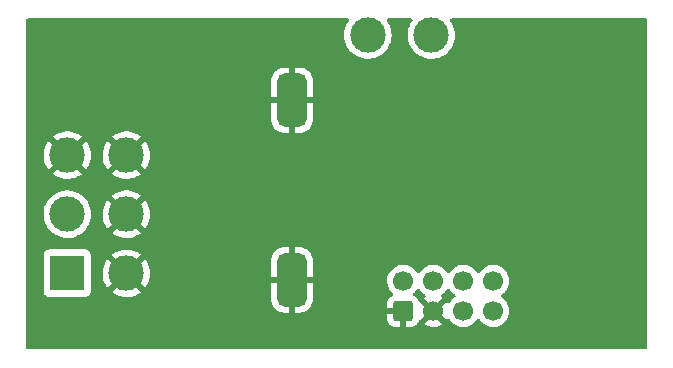
<source format=gbr>
%TF.GenerationSoftware,KiCad,Pcbnew,(6.0.9-0)*%
%TF.CreationDate,2022-11-28T12:31:08+01:00*%
%TF.ProjectId,Hlabs motor cotrol cnc proto,486c6162-7320-46d6-9f74-6f7220636f74,rev?*%
%TF.SameCoordinates,Original*%
%TF.FileFunction,Copper,L2,Bot*%
%TF.FilePolarity,Positive*%
%FSLAX46Y46*%
G04 Gerber Fmt 4.6, Leading zero omitted, Abs format (unit mm)*
G04 Created by KiCad (PCBNEW (6.0.9-0)) date 2022-11-28 12:31:08*
%MOMM*%
%LPD*%
G01*
G04 APERTURE LIST*
G04 Aperture macros list*
%AMRoundRect*
0 Rectangle with rounded corners*
0 $1 Rounding radius*
0 $2 $3 $4 $5 $6 $7 $8 $9 X,Y pos of 4 corners*
0 Add a 4 corners polygon primitive as box body*
4,1,4,$2,$3,$4,$5,$6,$7,$8,$9,$2,$3,0*
0 Add four circle primitives for the rounded corners*
1,1,$1+$1,$2,$3*
1,1,$1+$1,$4,$5*
1,1,$1+$1,$6,$7*
1,1,$1+$1,$8,$9*
0 Add four rect primitives between the rounded corners*
20,1,$1+$1,$2,$3,$4,$5,0*
20,1,$1+$1,$4,$5,$6,$7,0*
20,1,$1+$1,$6,$7,$8,$9,0*
20,1,$1+$1,$8,$9,$2,$3,0*%
G04 Aperture macros list end*
%TA.AperFunction,ComponentPad*%
%ADD10R,3.000000X3.000000*%
%TD*%
%TA.AperFunction,ComponentPad*%
%ADD11C,3.000000*%
%TD*%
%TA.AperFunction,ComponentPad*%
%ADD12RoundRect,0.625000X-0.625000X1.625000X-0.625000X-1.625000X0.625000X-1.625000X0.625000X1.625000X0*%
%TD*%
%TA.AperFunction,ComponentPad*%
%ADD13RoundRect,0.250000X0.600000X-0.600000X0.600000X0.600000X-0.600000X0.600000X-0.600000X-0.600000X0*%
%TD*%
%TA.AperFunction,ComponentPad*%
%ADD14C,1.700000*%
%TD*%
G04 APERTURE END LIST*
D10*
%TO.P,RV1,1,1*%
%TO.N,+5V*%
X79500000Y-134060000D03*
D11*
%TO.P,RV1,2,2*%
%TO.N,pot_cmd*%
X79500000Y-129060000D03*
%TO.P,RV1,3,3*%
%TO.N,GND*%
X79500000Y-124060000D03*
%TO.P,RV1,4*%
X84500000Y-134060000D03*
%TO.P,RV1,5*%
X84500000Y-129060000D03*
%TO.P,RV1,6*%
X84500000Y-124060000D03*
D12*
%TO.P,RV1,GND*%
X98530000Y-119410000D03*
X98510000Y-134630000D03*
D11*
%TO.P,RV1,M+,M+*%
%TO.N,/M+*%
X110320000Y-113890000D03*
%TO.P,RV1,M-,M-*%
%TO.N,Net-(RV1-PadM-)*%
X104940000Y-113890000D03*
%TD*%
D13*
%TO.P,J1,1,Pin_1*%
%TO.N,GND*%
X107940000Y-137252500D03*
D14*
%TO.P,J1,2,Pin_2*%
%TO.N,/VMOT*%
X107940000Y-134712500D03*
%TO.P,J1,3,Pin_3*%
%TO.N,GND*%
X110480000Y-137252500D03*
%TO.P,J1,4,Pin_4*%
%TO.N,/VMOT*%
X110480000Y-134712500D03*
%TO.P,J1,5,Pin_5*%
%TO.N,pot_cmd*%
X113020000Y-137252500D03*
%TO.P,J1,6,Pin_6*%
%TO.N,+5V*%
X113020000Y-134712500D03*
%TO.P,J1,7,Pin_7*%
%TO.N,I2C SDA*%
X115560000Y-137252500D03*
%TO.P,J1,8,Pin_8*%
%TO.N,I2C SCL*%
X115560000Y-134712500D03*
%TD*%
%TA.AperFunction,Conductor*%
%TO.N,GND*%
G36*
X103294186Y-112511302D02*
G01*
X103340679Y-112564958D01*
X103350783Y-112635232D01*
X103328387Y-112690826D01*
X103231508Y-112825647D01*
X103231501Y-112825658D01*
X103229002Y-112829136D01*
X103100857Y-113071161D01*
X103099385Y-113075184D01*
X103099383Y-113075188D01*
X103092314Y-113094506D01*
X103006743Y-113328337D01*
X102948404Y-113595907D01*
X102926917Y-113868918D01*
X102942682Y-114142320D01*
X102943507Y-114146525D01*
X102943508Y-114146533D01*
X102954127Y-114200657D01*
X102995405Y-114411053D01*
X102996792Y-114415103D01*
X102996793Y-114415108D01*
X103017605Y-114475895D01*
X103084112Y-114670144D01*
X103207160Y-114914799D01*
X103209586Y-114918328D01*
X103209589Y-114918334D01*
X103359843Y-115136953D01*
X103362274Y-115140490D01*
X103546582Y-115343043D01*
X103756675Y-115518707D01*
X103760316Y-115520991D01*
X103985024Y-115661951D01*
X103985028Y-115661953D01*
X103988664Y-115664234D01*
X104056544Y-115694883D01*
X104234345Y-115775164D01*
X104234349Y-115775166D01*
X104238257Y-115776930D01*
X104242377Y-115778150D01*
X104242376Y-115778150D01*
X104496723Y-115853491D01*
X104496727Y-115853492D01*
X104500836Y-115854709D01*
X104505070Y-115855357D01*
X104505075Y-115855358D01*
X104767298Y-115895483D01*
X104767300Y-115895483D01*
X104771540Y-115896132D01*
X104910912Y-115898322D01*
X105041071Y-115900367D01*
X105041077Y-115900367D01*
X105045362Y-115900434D01*
X105317235Y-115867534D01*
X105582127Y-115798041D01*
X105586087Y-115796401D01*
X105586092Y-115796399D01*
X105708632Y-115745641D01*
X105835136Y-115693241D01*
X106071582Y-115555073D01*
X106287089Y-115386094D01*
X106328809Y-115343043D01*
X106474686Y-115192509D01*
X106477669Y-115189431D01*
X106480202Y-115185983D01*
X106480206Y-115185978D01*
X106637257Y-114972178D01*
X106639795Y-114968723D01*
X106667154Y-114918334D01*
X106768418Y-114731830D01*
X106768419Y-114731828D01*
X106770468Y-114728054D01*
X106867269Y-114471877D01*
X106928407Y-114204933D01*
X106952751Y-113932161D01*
X106953193Y-113890000D01*
X106934567Y-113616778D01*
X106879032Y-113348612D01*
X106787617Y-113090465D01*
X106662013Y-112847112D01*
X106652040Y-112832921D01*
X106551418Y-112689751D01*
X106528613Y-112622516D01*
X106545778Y-112553626D01*
X106597463Y-112504952D01*
X106654505Y-112491300D01*
X108606065Y-112491300D01*
X108674186Y-112511302D01*
X108720679Y-112564958D01*
X108730783Y-112635232D01*
X108708387Y-112690826D01*
X108611508Y-112825647D01*
X108611501Y-112825658D01*
X108609002Y-112829136D01*
X108480857Y-113071161D01*
X108479385Y-113075184D01*
X108479383Y-113075188D01*
X108472314Y-113094506D01*
X108386743Y-113328337D01*
X108328404Y-113595907D01*
X108306917Y-113868918D01*
X108322682Y-114142320D01*
X108323507Y-114146525D01*
X108323508Y-114146533D01*
X108334127Y-114200657D01*
X108375405Y-114411053D01*
X108376792Y-114415103D01*
X108376793Y-114415108D01*
X108397605Y-114475895D01*
X108464112Y-114670144D01*
X108587160Y-114914799D01*
X108589586Y-114918328D01*
X108589589Y-114918334D01*
X108739843Y-115136953D01*
X108742274Y-115140490D01*
X108926582Y-115343043D01*
X109136675Y-115518707D01*
X109140316Y-115520991D01*
X109365024Y-115661951D01*
X109365028Y-115661953D01*
X109368664Y-115664234D01*
X109436544Y-115694883D01*
X109614345Y-115775164D01*
X109614349Y-115775166D01*
X109618257Y-115776930D01*
X109622377Y-115778150D01*
X109622376Y-115778150D01*
X109876723Y-115853491D01*
X109876727Y-115853492D01*
X109880836Y-115854709D01*
X109885070Y-115855357D01*
X109885075Y-115855358D01*
X110147298Y-115895483D01*
X110147300Y-115895483D01*
X110151540Y-115896132D01*
X110290912Y-115898322D01*
X110421071Y-115900367D01*
X110421077Y-115900367D01*
X110425362Y-115900434D01*
X110697235Y-115867534D01*
X110962127Y-115798041D01*
X110966087Y-115796401D01*
X110966092Y-115796399D01*
X111088632Y-115745641D01*
X111215136Y-115693241D01*
X111451582Y-115555073D01*
X111667089Y-115386094D01*
X111708809Y-115343043D01*
X111854686Y-115192509D01*
X111857669Y-115189431D01*
X111860202Y-115185983D01*
X111860206Y-115185978D01*
X112017257Y-114972178D01*
X112019795Y-114968723D01*
X112047154Y-114918334D01*
X112148418Y-114731830D01*
X112148419Y-114731828D01*
X112150468Y-114728054D01*
X112247269Y-114471877D01*
X112308407Y-114204933D01*
X112332751Y-113932161D01*
X112333193Y-113890000D01*
X112314567Y-113616778D01*
X112259032Y-113348612D01*
X112167617Y-113090465D01*
X112042013Y-112847112D01*
X112032040Y-112832921D01*
X111931418Y-112689751D01*
X111908613Y-112622516D01*
X111925778Y-112553626D01*
X111977463Y-112504952D01*
X112034505Y-112491300D01*
X128475300Y-112491300D01*
X128543421Y-112511302D01*
X128589914Y-112564958D01*
X128601300Y-112617300D01*
X128601300Y-140365500D01*
X128581298Y-140433621D01*
X128527642Y-140480114D01*
X128475300Y-140491500D01*
X76134500Y-140491500D01*
X76066379Y-140471498D01*
X76019886Y-140417842D01*
X76008500Y-140365500D01*
X76008500Y-137899595D01*
X106582001Y-137899595D01*
X106582338Y-137906114D01*
X106592257Y-138001706D01*
X106595149Y-138015100D01*
X106646588Y-138169284D01*
X106652761Y-138182462D01*
X106738063Y-138320307D01*
X106747099Y-138331708D01*
X106861829Y-138446239D01*
X106873240Y-138455251D01*
X107011243Y-138540316D01*
X107024424Y-138546463D01*
X107178710Y-138597638D01*
X107192086Y-138600505D01*
X107286438Y-138610172D01*
X107292854Y-138610500D01*
X107667885Y-138610500D01*
X107683124Y-138606025D01*
X107684329Y-138604635D01*
X107686000Y-138596952D01*
X107686000Y-137524615D01*
X107681525Y-137509376D01*
X107680135Y-137508171D01*
X107672452Y-137506500D01*
X106600116Y-137506500D01*
X106584877Y-137510975D01*
X106583672Y-137512365D01*
X106582001Y-137520048D01*
X106582001Y-137899595D01*
X76008500Y-137899595D01*
X76008500Y-136339807D01*
X96752001Y-136339807D01*
X96752121Y-136343701D01*
X96754790Y-136386893D01*
X96756126Y-136396472D01*
X96800048Y-136597073D01*
X96803695Y-136608432D01*
X96884306Y-136796059D01*
X96890041Y-136806533D01*
X97004669Y-136975522D01*
X97012282Y-136984724D01*
X97156802Y-137128992D01*
X97166015Y-137136587D01*
X97335206Y-137250922D01*
X97345690Y-137256638D01*
X97533450Y-137336918D01*
X97544821Y-137340547D01*
X97745480Y-137384115D01*
X97755100Y-137385437D01*
X97796387Y-137387890D01*
X97800102Y-137388000D01*
X98237885Y-137388000D01*
X98253124Y-137383525D01*
X98254329Y-137382135D01*
X98256000Y-137374452D01*
X98256000Y-137369884D01*
X98764000Y-137369884D01*
X98768475Y-137385123D01*
X98769865Y-137386328D01*
X98777548Y-137387999D01*
X99219807Y-137387999D01*
X99223701Y-137387879D01*
X99266893Y-137385210D01*
X99276472Y-137383874D01*
X99477073Y-137339952D01*
X99488432Y-137336305D01*
X99676059Y-137255694D01*
X99686533Y-137249959D01*
X99855522Y-137135331D01*
X99864724Y-137127718D01*
X100008992Y-136983198D01*
X100016587Y-136973985D01*
X100130922Y-136804794D01*
X100136638Y-136794310D01*
X100216918Y-136606550D01*
X100220547Y-136595179D01*
X100264115Y-136394520D01*
X100265437Y-136384900D01*
X100267890Y-136343613D01*
X100268000Y-136339898D01*
X100268000Y-134902115D01*
X100263525Y-134886876D01*
X100262135Y-134885671D01*
X100254452Y-134884000D01*
X98782115Y-134884000D01*
X98766876Y-134888475D01*
X98765671Y-134889865D01*
X98764000Y-134897548D01*
X98764000Y-137369884D01*
X98256000Y-137369884D01*
X98256000Y-134902115D01*
X98251525Y-134886876D01*
X98250135Y-134885671D01*
X98242452Y-134884000D01*
X96770116Y-134884000D01*
X96754877Y-134888475D01*
X96753672Y-134889865D01*
X96752001Y-134897548D01*
X96752001Y-136339807D01*
X76008500Y-136339807D01*
X76008500Y-135608134D01*
X77491500Y-135608134D01*
X77498255Y-135670316D01*
X77549385Y-135806705D01*
X77636739Y-135923261D01*
X77753295Y-136010615D01*
X77889684Y-136061745D01*
X77951866Y-136068500D01*
X81048134Y-136068500D01*
X81110316Y-136061745D01*
X81246705Y-136010615D01*
X81363261Y-135923261D01*
X81450615Y-135806705D01*
X81501745Y-135670316D01*
X81503990Y-135649654D01*
X83275618Y-135649654D01*
X83282673Y-135659627D01*
X83313679Y-135685551D01*
X83320598Y-135690579D01*
X83545272Y-135831515D01*
X83552807Y-135835556D01*
X83794520Y-135944694D01*
X83802551Y-135947680D01*
X84056832Y-136023002D01*
X84065184Y-136024869D01*
X84327340Y-136064984D01*
X84335874Y-136065700D01*
X84601045Y-136069867D01*
X84609596Y-136069418D01*
X84872883Y-136037557D01*
X84881284Y-136035955D01*
X85137824Y-135968653D01*
X85145926Y-135965926D01*
X85390949Y-135864434D01*
X85398617Y-135860628D01*
X85627598Y-135726822D01*
X85634679Y-135722009D01*
X85714655Y-135659301D01*
X85723125Y-135647442D01*
X85716608Y-135635818D01*
X84512812Y-134432022D01*
X84498868Y-134424408D01*
X84497035Y-134424539D01*
X84490420Y-134428790D01*
X83282910Y-135636300D01*
X83275618Y-135649654D01*
X81503990Y-135649654D01*
X81508500Y-135608134D01*
X81508500Y-134043204D01*
X82487665Y-134043204D01*
X82502932Y-134307969D01*
X82504005Y-134316470D01*
X82555065Y-134576722D01*
X82557276Y-134584974D01*
X82643184Y-134835894D01*
X82646499Y-134843779D01*
X82765664Y-135080713D01*
X82770020Y-135088079D01*
X82899347Y-135276250D01*
X82909601Y-135284594D01*
X82923342Y-135277448D01*
X84127978Y-134072812D01*
X84134356Y-134061132D01*
X84864408Y-134061132D01*
X84864539Y-134062965D01*
X84868790Y-134069580D01*
X86075730Y-135276520D01*
X86087939Y-135283187D01*
X86099439Y-135274497D01*
X86196831Y-135141913D01*
X86201418Y-135134685D01*
X86327962Y-134901621D01*
X86331530Y-134893827D01*
X86412633Y-134679195D01*
X106577251Y-134679195D01*
X106577548Y-134684348D01*
X106577548Y-134684351D01*
X106583011Y-134779090D01*
X106590110Y-134902215D01*
X106591247Y-134907261D01*
X106591248Y-134907267D01*
X106611119Y-134995439D01*
X106639222Y-135120139D01*
X106723266Y-135327116D01*
X106774019Y-135409938D01*
X106837291Y-135513188D01*
X106839987Y-135517588D01*
X106986250Y-135686438D01*
X107029096Y-135722009D01*
X107056772Y-135744986D01*
X107096408Y-135803889D01*
X107097906Y-135874870D01*
X107060792Y-135935393D01*
X107029739Y-135956032D01*
X107010040Y-135965260D01*
X106872193Y-136050563D01*
X106860792Y-136059599D01*
X106746261Y-136174329D01*
X106737249Y-136185740D01*
X106652184Y-136323743D01*
X106646037Y-136336924D01*
X106594862Y-136491210D01*
X106591995Y-136504586D01*
X106582328Y-136598938D01*
X106582000Y-136605355D01*
X106582000Y-136980385D01*
X106586475Y-136995624D01*
X106587865Y-136996829D01*
X106595548Y-136998500D01*
X108068000Y-136998500D01*
X108136121Y-137018502D01*
X108182614Y-137072158D01*
X108194000Y-137124500D01*
X108194000Y-138592384D01*
X108198475Y-138607623D01*
X108199865Y-138608828D01*
X108207548Y-138610499D01*
X108587095Y-138610499D01*
X108593614Y-138610162D01*
X108689206Y-138600243D01*
X108702600Y-138597351D01*
X108856784Y-138545912D01*
X108869962Y-138539739D01*
X109007807Y-138454437D01*
X109019208Y-138445401D01*
X109087138Y-138377353D01*
X109719977Y-138377353D01*
X109725258Y-138384407D01*
X109886756Y-138478779D01*
X109896042Y-138483229D01*
X110095001Y-138559203D01*
X110104899Y-138562079D01*
X110313595Y-138604538D01*
X110323823Y-138605757D01*
X110536650Y-138613562D01*
X110546936Y-138613095D01*
X110758185Y-138586034D01*
X110768262Y-138583892D01*
X110972255Y-138522691D01*
X110981842Y-138518933D01*
X111173098Y-138425238D01*
X111181944Y-138419965D01*
X111229247Y-138386223D01*
X111237648Y-138375523D01*
X111230660Y-138362370D01*
X110492812Y-137624522D01*
X110478868Y-137616908D01*
X110477035Y-137617039D01*
X110470420Y-137621290D01*
X109726737Y-138364973D01*
X109719977Y-138377353D01*
X109087138Y-138377353D01*
X109133739Y-138330671D01*
X109142751Y-138319260D01*
X109227816Y-138181257D01*
X109233964Y-138168074D01*
X109256297Y-138100741D01*
X109296727Y-138042381D01*
X109326015Y-138024699D01*
X109365694Y-138007596D01*
X110107978Y-137265312D01*
X110115592Y-137251368D01*
X110115461Y-137249535D01*
X110111210Y-137242920D01*
X109369849Y-136501559D01*
X109329966Y-136479780D01*
X109316009Y-136476744D01*
X109265807Y-136426542D01*
X109256871Y-136406032D01*
X109233413Y-136335718D01*
X109227239Y-136322538D01*
X109141937Y-136184693D01*
X109132901Y-136173292D01*
X109018171Y-136058761D01*
X109006760Y-136049749D01*
X108868757Y-135964684D01*
X108854478Y-135958025D01*
X108801193Y-135911107D01*
X108781732Y-135842830D01*
X108802274Y-135774870D01*
X108820475Y-135754290D01*
X108819860Y-135753673D01*
X108937644Y-135636300D01*
X108978096Y-135595989D01*
X109037594Y-135513189D01*
X109108453Y-135414577D01*
X109109776Y-135415528D01*
X109156645Y-135372357D01*
X109226580Y-135360125D01*
X109292026Y-135387644D01*
X109319875Y-135419494D01*
X109379987Y-135517588D01*
X109526250Y-135686438D01*
X109698126Y-135829132D01*
X109752025Y-135860628D01*
X109771955Y-135872274D01*
X109820679Y-135923912D01*
X109833750Y-135993695D01*
X109807019Y-136059467D01*
X109766562Y-136092827D01*
X109758460Y-136097044D01*
X109749734Y-136102539D01*
X109729677Y-136117599D01*
X109721223Y-136128927D01*
X109727968Y-136141258D01*
X110467188Y-136880478D01*
X110481132Y-136888092D01*
X110482965Y-136887961D01*
X110489580Y-136883710D01*
X111233389Y-136139901D01*
X111240410Y-136127044D01*
X111233611Y-136117713D01*
X111229559Y-136115021D01*
X111192602Y-136094620D01*
X111142631Y-136044187D01*
X111127859Y-135974745D01*
X111152975Y-135908339D01*
X111180327Y-135881732D01*
X111234866Y-135842830D01*
X111359860Y-135753673D01*
X111368578Y-135744986D01*
X111477644Y-135636300D01*
X111518096Y-135595989D01*
X111577594Y-135513189D01*
X111648453Y-135414577D01*
X111649776Y-135415528D01*
X111696645Y-135372357D01*
X111766580Y-135360125D01*
X111832026Y-135387644D01*
X111859875Y-135419494D01*
X111919987Y-135517588D01*
X112066250Y-135686438D01*
X112238126Y-135829132D01*
X112292025Y-135860628D01*
X112311445Y-135871976D01*
X112360169Y-135923614D01*
X112373240Y-135993397D01*
X112346509Y-136059169D01*
X112306055Y-136092527D01*
X112293607Y-136099007D01*
X112289474Y-136102110D01*
X112289471Y-136102112D01*
X112178089Y-136185740D01*
X112114965Y-136233135D01*
X112111393Y-136236873D01*
X112009306Y-136343701D01*
X111960629Y-136394638D01*
X111957720Y-136398903D01*
X111957714Y-136398911D01*
X111906153Y-136474497D01*
X111853204Y-136552118D01*
X111852898Y-136552566D01*
X111797987Y-136597569D01*
X111727462Y-136605740D01*
X111663715Y-136574486D01*
X111643017Y-136550001D01*
X111613062Y-136503697D01*
X111602377Y-136494495D01*
X111592812Y-136498898D01*
X110852022Y-137239688D01*
X110844408Y-137253632D01*
X110844539Y-137255465D01*
X110848790Y-137262080D01*
X111590474Y-138003764D01*
X111602484Y-138010323D01*
X111614223Y-138001355D01*
X111648022Y-137954319D01*
X111649277Y-137955221D01*
X111696391Y-137911855D01*
X111766330Y-137899648D01*
X111831767Y-137927191D01*
X111859580Y-137959013D01*
X111917287Y-138053183D01*
X111917291Y-138053188D01*
X111919987Y-138057588D01*
X112066250Y-138226438D01*
X112238126Y-138369132D01*
X112431000Y-138481838D01*
X112639692Y-138561530D01*
X112644760Y-138562561D01*
X112644763Y-138562562D01*
X112749604Y-138583892D01*
X112858597Y-138606067D01*
X112863772Y-138606257D01*
X112863774Y-138606257D01*
X113076673Y-138614064D01*
X113076677Y-138614064D01*
X113081837Y-138614253D01*
X113086957Y-138613597D01*
X113086959Y-138613597D01*
X113298288Y-138586525D01*
X113298289Y-138586525D01*
X113303416Y-138585868D01*
X113308366Y-138584383D01*
X113512429Y-138523161D01*
X113512434Y-138523159D01*
X113517384Y-138521674D01*
X113717994Y-138423396D01*
X113899860Y-138293673D01*
X114058096Y-138135989D01*
X114188453Y-137954577D01*
X114189776Y-137955528D01*
X114236645Y-137912357D01*
X114306580Y-137900125D01*
X114372026Y-137927644D01*
X114399875Y-137959494D01*
X114459987Y-138057588D01*
X114606250Y-138226438D01*
X114778126Y-138369132D01*
X114971000Y-138481838D01*
X115179692Y-138561530D01*
X115184760Y-138562561D01*
X115184763Y-138562562D01*
X115289604Y-138583892D01*
X115398597Y-138606067D01*
X115403772Y-138606257D01*
X115403774Y-138606257D01*
X115616673Y-138614064D01*
X115616677Y-138614064D01*
X115621837Y-138614253D01*
X115626957Y-138613597D01*
X115626959Y-138613597D01*
X115838288Y-138586525D01*
X115838289Y-138586525D01*
X115843416Y-138585868D01*
X115848366Y-138584383D01*
X116052429Y-138523161D01*
X116052434Y-138523159D01*
X116057384Y-138521674D01*
X116257994Y-138423396D01*
X116439860Y-138293673D01*
X116598096Y-138135989D01*
X116728453Y-137954577D01*
X116749320Y-137912357D01*
X116825136Y-137758953D01*
X116825137Y-137758951D01*
X116827430Y-137754311D01*
X116892370Y-137540569D01*
X116921529Y-137319090D01*
X116923156Y-137252500D01*
X116904852Y-137029861D01*
X116850431Y-136813202D01*
X116761354Y-136608340D01*
X116721906Y-136547362D01*
X116642822Y-136425117D01*
X116642820Y-136425114D01*
X116640014Y-136420777D01*
X116489670Y-136255551D01*
X116485619Y-136252352D01*
X116485615Y-136252348D01*
X116318414Y-136120300D01*
X116318410Y-136120298D01*
X116314359Y-136117098D01*
X116273053Y-136094296D01*
X116223084Y-136043864D01*
X116208312Y-135974421D01*
X116233428Y-135908016D01*
X116260780Y-135881409D01*
X116314866Y-135842830D01*
X116439860Y-135753673D01*
X116448578Y-135744986D01*
X116557644Y-135636300D01*
X116598096Y-135595989D01*
X116657594Y-135513189D01*
X116725435Y-135418777D01*
X116728453Y-135414577D01*
X116749320Y-135372357D01*
X116825136Y-135218953D01*
X116825137Y-135218951D01*
X116827430Y-135214311D01*
X116892370Y-135000569D01*
X116921529Y-134779090D01*
X116923156Y-134712500D01*
X116904852Y-134489861D01*
X116850431Y-134273202D01*
X116761354Y-134068340D01*
X116640014Y-133880777D01*
X116489670Y-133715551D01*
X116485619Y-133712352D01*
X116485615Y-133712348D01*
X116318414Y-133580300D01*
X116318410Y-133580298D01*
X116314359Y-133577098D01*
X116277260Y-133556618D01*
X116179532Y-133502670D01*
X116118789Y-133469138D01*
X116113920Y-133467414D01*
X116113916Y-133467412D01*
X115913087Y-133396295D01*
X115913083Y-133396294D01*
X115908212Y-133394569D01*
X115903119Y-133393662D01*
X115903116Y-133393661D01*
X115693373Y-133356300D01*
X115693367Y-133356299D01*
X115688284Y-133355394D01*
X115614452Y-133354492D01*
X115470081Y-133352728D01*
X115470079Y-133352728D01*
X115464911Y-133352665D01*
X115244091Y-133386455D01*
X115031756Y-133455857D01*
X115001447Y-133471635D01*
X114918703Y-133514709D01*
X114833607Y-133559007D01*
X114829474Y-133562110D01*
X114829471Y-133562112D01*
X114805247Y-133580300D01*
X114654965Y-133693135D01*
X114500629Y-133854638D01*
X114393201Y-134012121D01*
X114338293Y-134057121D01*
X114267768Y-134065292D01*
X114204021Y-134034038D01*
X114183324Y-134009554D01*
X114102822Y-133885117D01*
X114102820Y-133885114D01*
X114100014Y-133880777D01*
X113949670Y-133715551D01*
X113945619Y-133712352D01*
X113945615Y-133712348D01*
X113778414Y-133580300D01*
X113778410Y-133580298D01*
X113774359Y-133577098D01*
X113737260Y-133556618D01*
X113639532Y-133502670D01*
X113578789Y-133469138D01*
X113573920Y-133467414D01*
X113573916Y-133467412D01*
X113373087Y-133396295D01*
X113373083Y-133396294D01*
X113368212Y-133394569D01*
X113363119Y-133393662D01*
X113363116Y-133393661D01*
X113153373Y-133356300D01*
X113153367Y-133356299D01*
X113148284Y-133355394D01*
X113074452Y-133354492D01*
X112930081Y-133352728D01*
X112930079Y-133352728D01*
X112924911Y-133352665D01*
X112704091Y-133386455D01*
X112491756Y-133455857D01*
X112461447Y-133471635D01*
X112378703Y-133514709D01*
X112293607Y-133559007D01*
X112289474Y-133562110D01*
X112289471Y-133562112D01*
X112265247Y-133580300D01*
X112114965Y-133693135D01*
X111960629Y-133854638D01*
X111853201Y-134012121D01*
X111798293Y-134057121D01*
X111727768Y-134065292D01*
X111664021Y-134034038D01*
X111643324Y-134009554D01*
X111562822Y-133885117D01*
X111562820Y-133885114D01*
X111560014Y-133880777D01*
X111409670Y-133715551D01*
X111405619Y-133712352D01*
X111405615Y-133712348D01*
X111238414Y-133580300D01*
X111238410Y-133580298D01*
X111234359Y-133577098D01*
X111197260Y-133556618D01*
X111099532Y-133502670D01*
X111038789Y-133469138D01*
X111033920Y-133467414D01*
X111033916Y-133467412D01*
X110833087Y-133396295D01*
X110833083Y-133396294D01*
X110828212Y-133394569D01*
X110823119Y-133393662D01*
X110823116Y-133393661D01*
X110613373Y-133356300D01*
X110613367Y-133356299D01*
X110608284Y-133355394D01*
X110534452Y-133354492D01*
X110390081Y-133352728D01*
X110390079Y-133352728D01*
X110384911Y-133352665D01*
X110164091Y-133386455D01*
X109951756Y-133455857D01*
X109921447Y-133471635D01*
X109838703Y-133514709D01*
X109753607Y-133559007D01*
X109749474Y-133562110D01*
X109749471Y-133562112D01*
X109725247Y-133580300D01*
X109574965Y-133693135D01*
X109420629Y-133854638D01*
X109313201Y-134012121D01*
X109258293Y-134057121D01*
X109187768Y-134065292D01*
X109124021Y-134034038D01*
X109103324Y-134009554D01*
X109022822Y-133885117D01*
X109022820Y-133885114D01*
X109020014Y-133880777D01*
X108869670Y-133715551D01*
X108865619Y-133712352D01*
X108865615Y-133712348D01*
X108698414Y-133580300D01*
X108698410Y-133580298D01*
X108694359Y-133577098D01*
X108657260Y-133556618D01*
X108559532Y-133502670D01*
X108498789Y-133469138D01*
X108493920Y-133467414D01*
X108493916Y-133467412D01*
X108293087Y-133396295D01*
X108293083Y-133396294D01*
X108288212Y-133394569D01*
X108283119Y-133393662D01*
X108283116Y-133393661D01*
X108073373Y-133356300D01*
X108073367Y-133356299D01*
X108068284Y-133355394D01*
X107994452Y-133354492D01*
X107850081Y-133352728D01*
X107850079Y-133352728D01*
X107844911Y-133352665D01*
X107624091Y-133386455D01*
X107411756Y-133455857D01*
X107381447Y-133471635D01*
X107298703Y-133514709D01*
X107213607Y-133559007D01*
X107209474Y-133562110D01*
X107209471Y-133562112D01*
X107185247Y-133580300D01*
X107034965Y-133693135D01*
X106880629Y-133854638D01*
X106754743Y-134039180D01*
X106660688Y-134241805D01*
X106600989Y-134457070D01*
X106577251Y-134679195D01*
X86412633Y-134679195D01*
X86425271Y-134645750D01*
X86427748Y-134637544D01*
X86486954Y-134379038D01*
X86488294Y-134370577D01*
X86489427Y-134357885D01*
X96752000Y-134357885D01*
X96756475Y-134373124D01*
X96757865Y-134374329D01*
X96765548Y-134376000D01*
X98237885Y-134376000D01*
X98253124Y-134371525D01*
X98254329Y-134370135D01*
X98256000Y-134362452D01*
X98256000Y-134357885D01*
X98764000Y-134357885D01*
X98768475Y-134373124D01*
X98769865Y-134374329D01*
X98777548Y-134376000D01*
X100249884Y-134376000D01*
X100265123Y-134371525D01*
X100266328Y-134370135D01*
X100267999Y-134362452D01*
X100267999Y-132920194D01*
X100267879Y-132916299D01*
X100265210Y-132873107D01*
X100263874Y-132863528D01*
X100219952Y-132662927D01*
X100216305Y-132651568D01*
X100135694Y-132463941D01*
X100129959Y-132453467D01*
X100015331Y-132284478D01*
X100007718Y-132275276D01*
X99863198Y-132131008D01*
X99853985Y-132123413D01*
X99684794Y-132009078D01*
X99674310Y-132003362D01*
X99486550Y-131923082D01*
X99475179Y-131919453D01*
X99274520Y-131875885D01*
X99264900Y-131874563D01*
X99223613Y-131872110D01*
X99219898Y-131872000D01*
X98782115Y-131872000D01*
X98766876Y-131876475D01*
X98765671Y-131877865D01*
X98764000Y-131885548D01*
X98764000Y-134357885D01*
X98256000Y-134357885D01*
X98256000Y-131890116D01*
X98251525Y-131874877D01*
X98250135Y-131873672D01*
X98242452Y-131872001D01*
X97800194Y-131872001D01*
X97796299Y-131872121D01*
X97753107Y-131874790D01*
X97743528Y-131876126D01*
X97542927Y-131920048D01*
X97531568Y-131923695D01*
X97343941Y-132004306D01*
X97333467Y-132010041D01*
X97164478Y-132124669D01*
X97155276Y-132132282D01*
X97011008Y-132276802D01*
X97003413Y-132286015D01*
X96889078Y-132455206D01*
X96883362Y-132465690D01*
X96803082Y-132653450D01*
X96799453Y-132664821D01*
X96755885Y-132865480D01*
X96754563Y-132875100D01*
X96752110Y-132916387D01*
X96752000Y-132920102D01*
X96752000Y-134357885D01*
X86489427Y-134357885D01*
X86512031Y-134104616D01*
X86512277Y-134099677D01*
X86512666Y-134062485D01*
X86512523Y-134057519D01*
X86494362Y-133791123D01*
X86493201Y-133782649D01*
X86439419Y-133522944D01*
X86437120Y-133514709D01*
X86348588Y-133264705D01*
X86345191Y-133256854D01*
X86223550Y-133021178D01*
X86219122Y-133013866D01*
X86100031Y-132844417D01*
X86089509Y-132836037D01*
X86076121Y-132843089D01*
X84872022Y-134047188D01*
X84864408Y-134061132D01*
X84134356Y-134061132D01*
X84135592Y-134058868D01*
X84135461Y-134057035D01*
X84131210Y-134050420D01*
X82923814Y-132843024D01*
X82911804Y-132836466D01*
X82900064Y-132845434D01*
X82791935Y-132995911D01*
X82787418Y-133003196D01*
X82663325Y-133237567D01*
X82659839Y-133245395D01*
X82568700Y-133494446D01*
X82566311Y-133502670D01*
X82509812Y-133761795D01*
X82508563Y-133770250D01*
X82487754Y-134034653D01*
X82487665Y-134043204D01*
X81508500Y-134043204D01*
X81508500Y-132511866D01*
X81504224Y-132472500D01*
X83276584Y-132472500D01*
X83282980Y-132483770D01*
X84487188Y-133687978D01*
X84501132Y-133695592D01*
X84502965Y-133695461D01*
X84509580Y-133691210D01*
X85716604Y-132484186D01*
X85723795Y-132471017D01*
X85716473Y-132460780D01*
X85669233Y-132422115D01*
X85662261Y-132417160D01*
X85436122Y-132278582D01*
X85428552Y-132274624D01*
X85185704Y-132168022D01*
X85177644Y-132165120D01*
X84922592Y-132092467D01*
X84914214Y-132090685D01*
X84651656Y-132053318D01*
X84643111Y-132052691D01*
X84377908Y-132051302D01*
X84369374Y-132051839D01*
X84106433Y-132086456D01*
X84098035Y-132088149D01*
X83842238Y-132158127D01*
X83834143Y-132160946D01*
X83590199Y-132264997D01*
X83582577Y-132268881D01*
X83355013Y-132405075D01*
X83347981Y-132409962D01*
X83285053Y-132460377D01*
X83276584Y-132472500D01*
X81504224Y-132472500D01*
X81501745Y-132449684D01*
X81450615Y-132313295D01*
X81363261Y-132196739D01*
X81246705Y-132109385D01*
X81110316Y-132058255D01*
X81048134Y-132051500D01*
X77951866Y-132051500D01*
X77889684Y-132058255D01*
X77753295Y-132109385D01*
X77636739Y-132196739D01*
X77549385Y-132313295D01*
X77498255Y-132449684D01*
X77491500Y-132511866D01*
X77491500Y-135608134D01*
X76008500Y-135608134D01*
X76008500Y-129038918D01*
X77486917Y-129038918D01*
X77502682Y-129312320D01*
X77503507Y-129316525D01*
X77503508Y-129316533D01*
X77524698Y-129424539D01*
X77555405Y-129581053D01*
X77556792Y-129585103D01*
X77556793Y-129585108D01*
X77577605Y-129645895D01*
X77644112Y-129840144D01*
X77767160Y-130084799D01*
X77769586Y-130088328D01*
X77769589Y-130088334D01*
X77898741Y-130276250D01*
X77922274Y-130310490D01*
X78106582Y-130513043D01*
X78316675Y-130688707D01*
X78320316Y-130690991D01*
X78545024Y-130831951D01*
X78545028Y-130831953D01*
X78548664Y-130834234D01*
X78616544Y-130864883D01*
X78794345Y-130945164D01*
X78794349Y-130945166D01*
X78798257Y-130946930D01*
X78802377Y-130948150D01*
X78802376Y-130948150D01*
X79056723Y-131023491D01*
X79056727Y-131023492D01*
X79060836Y-131024709D01*
X79065070Y-131025357D01*
X79065075Y-131025358D01*
X79327298Y-131065483D01*
X79327300Y-131065483D01*
X79331540Y-131066132D01*
X79470912Y-131068322D01*
X79601071Y-131070367D01*
X79601077Y-131070367D01*
X79605362Y-131070434D01*
X79877235Y-131037534D01*
X80142127Y-130968041D01*
X80146087Y-130966401D01*
X80146092Y-130966399D01*
X80268632Y-130915641D01*
X80395136Y-130863241D01*
X80631582Y-130725073D01*
X80727767Y-130649654D01*
X83275618Y-130649654D01*
X83282673Y-130659627D01*
X83313679Y-130685551D01*
X83320598Y-130690579D01*
X83545272Y-130831515D01*
X83552807Y-130835556D01*
X83794520Y-130944694D01*
X83802551Y-130947680D01*
X84056832Y-131023002D01*
X84065184Y-131024869D01*
X84327340Y-131064984D01*
X84335874Y-131065700D01*
X84601045Y-131069867D01*
X84609596Y-131069418D01*
X84872883Y-131037557D01*
X84881284Y-131035955D01*
X85137824Y-130968653D01*
X85145926Y-130965926D01*
X85390949Y-130864434D01*
X85398617Y-130860628D01*
X85627598Y-130726822D01*
X85634679Y-130722009D01*
X85714655Y-130659301D01*
X85723125Y-130647442D01*
X85716608Y-130635818D01*
X84512812Y-129432022D01*
X84498868Y-129424408D01*
X84497035Y-129424539D01*
X84490420Y-129428790D01*
X83282910Y-130636300D01*
X83275618Y-130649654D01*
X80727767Y-130649654D01*
X80847089Y-130556094D01*
X80888809Y-130513043D01*
X81034686Y-130362509D01*
X81037669Y-130359431D01*
X81040202Y-130355983D01*
X81040206Y-130355978D01*
X81197257Y-130142178D01*
X81199795Y-130138723D01*
X81201841Y-130134955D01*
X81328418Y-129901830D01*
X81328419Y-129901828D01*
X81330468Y-129898054D01*
X81427269Y-129641877D01*
X81488407Y-129374933D01*
X81494384Y-129307969D01*
X81512531Y-129104627D01*
X81512532Y-129104616D01*
X81512751Y-129102161D01*
X81513193Y-129060000D01*
X81512048Y-129043204D01*
X82487665Y-129043204D01*
X82502932Y-129307969D01*
X82504005Y-129316470D01*
X82555065Y-129576722D01*
X82557276Y-129584974D01*
X82643184Y-129835894D01*
X82646499Y-129843779D01*
X82765664Y-130080713D01*
X82770020Y-130088079D01*
X82899347Y-130276250D01*
X82909601Y-130284594D01*
X82923342Y-130277448D01*
X84127978Y-129072812D01*
X84134356Y-129061132D01*
X84864408Y-129061132D01*
X84864539Y-129062965D01*
X84868790Y-129069580D01*
X86075730Y-130276520D01*
X86087939Y-130283187D01*
X86099439Y-130274497D01*
X86196831Y-130141913D01*
X86201418Y-130134685D01*
X86327962Y-129901621D01*
X86331530Y-129893827D01*
X86425271Y-129645750D01*
X86427748Y-129637544D01*
X86486954Y-129379038D01*
X86488294Y-129370577D01*
X86512031Y-129104616D01*
X86512277Y-129099677D01*
X86512666Y-129062485D01*
X86512523Y-129057519D01*
X86494362Y-128791123D01*
X86493201Y-128782649D01*
X86439419Y-128522944D01*
X86437120Y-128514709D01*
X86348588Y-128264705D01*
X86345191Y-128256854D01*
X86223550Y-128021178D01*
X86219122Y-128013866D01*
X86100031Y-127844417D01*
X86089509Y-127836037D01*
X86076121Y-127843089D01*
X84872022Y-129047188D01*
X84864408Y-129061132D01*
X84134356Y-129061132D01*
X84135592Y-129058868D01*
X84135461Y-129057035D01*
X84131210Y-129050420D01*
X82923814Y-127843024D01*
X82911804Y-127836466D01*
X82900064Y-127845434D01*
X82791935Y-127995911D01*
X82787418Y-128003196D01*
X82663325Y-128237567D01*
X82659839Y-128245395D01*
X82568700Y-128494446D01*
X82566311Y-128502670D01*
X82509812Y-128761795D01*
X82508563Y-128770250D01*
X82487754Y-129034653D01*
X82487665Y-129043204D01*
X81512048Y-129043204D01*
X81511465Y-129034648D01*
X81494859Y-128791055D01*
X81494858Y-128791049D01*
X81494567Y-128786778D01*
X81439032Y-128518612D01*
X81347617Y-128260465D01*
X81222013Y-128017112D01*
X81212040Y-128002921D01*
X81067008Y-127796562D01*
X81064545Y-127793057D01*
X80878125Y-127592445D01*
X80874810Y-127589731D01*
X80874806Y-127589728D01*
X80731581Y-127472500D01*
X83276584Y-127472500D01*
X83282980Y-127483770D01*
X84487188Y-128687978D01*
X84501132Y-128695592D01*
X84502965Y-128695461D01*
X84509580Y-128691210D01*
X85716604Y-127484186D01*
X85723795Y-127471017D01*
X85716473Y-127460780D01*
X85669233Y-127422115D01*
X85662261Y-127417160D01*
X85436122Y-127278582D01*
X85428552Y-127274624D01*
X85185704Y-127168022D01*
X85177644Y-127165120D01*
X84922592Y-127092467D01*
X84914214Y-127090685D01*
X84651656Y-127053318D01*
X84643111Y-127052691D01*
X84377908Y-127051302D01*
X84369374Y-127051839D01*
X84106433Y-127086456D01*
X84098035Y-127088149D01*
X83842238Y-127158127D01*
X83834143Y-127160946D01*
X83590199Y-127264997D01*
X83582577Y-127268881D01*
X83355013Y-127405075D01*
X83347981Y-127409962D01*
X83285053Y-127460377D01*
X83276584Y-127472500D01*
X80731581Y-127472500D01*
X80669523Y-127421706D01*
X80666205Y-127418990D01*
X80432704Y-127275901D01*
X80428768Y-127274173D01*
X80185873Y-127167549D01*
X80185869Y-127167548D01*
X80181945Y-127165825D01*
X79918566Y-127090800D01*
X79914324Y-127090196D01*
X79914318Y-127090195D01*
X79713834Y-127061662D01*
X79647443Y-127052213D01*
X79503589Y-127051460D01*
X79377877Y-127050802D01*
X79377871Y-127050802D01*
X79373591Y-127050780D01*
X79369347Y-127051339D01*
X79369343Y-127051339D01*
X79250302Y-127067011D01*
X79102078Y-127086525D01*
X79097938Y-127087658D01*
X79097936Y-127087658D01*
X79025008Y-127107609D01*
X78837928Y-127158788D01*
X78833980Y-127160472D01*
X78589982Y-127264546D01*
X78589978Y-127264548D01*
X78586030Y-127266232D01*
X78566125Y-127278145D01*
X78354725Y-127404664D01*
X78354721Y-127404667D01*
X78351043Y-127406868D01*
X78137318Y-127578094D01*
X77948808Y-127776742D01*
X77789002Y-127999136D01*
X77660857Y-128241161D01*
X77659385Y-128245184D01*
X77659383Y-128245188D01*
X77652314Y-128264506D01*
X77566743Y-128498337D01*
X77508404Y-128765907D01*
X77486917Y-129038918D01*
X76008500Y-129038918D01*
X76008500Y-125649654D01*
X78275618Y-125649654D01*
X78282673Y-125659627D01*
X78313679Y-125685551D01*
X78320598Y-125690579D01*
X78545272Y-125831515D01*
X78552807Y-125835556D01*
X78794520Y-125944694D01*
X78802551Y-125947680D01*
X79056832Y-126023002D01*
X79065184Y-126024869D01*
X79327340Y-126064984D01*
X79335874Y-126065700D01*
X79601045Y-126069867D01*
X79609596Y-126069418D01*
X79872883Y-126037557D01*
X79881284Y-126035955D01*
X80137824Y-125968653D01*
X80145926Y-125965926D01*
X80390949Y-125864434D01*
X80398617Y-125860628D01*
X80627598Y-125726822D01*
X80634679Y-125722009D01*
X80714655Y-125659301D01*
X80721545Y-125649654D01*
X83275618Y-125649654D01*
X83282673Y-125659627D01*
X83313679Y-125685551D01*
X83320598Y-125690579D01*
X83545272Y-125831515D01*
X83552807Y-125835556D01*
X83794520Y-125944694D01*
X83802551Y-125947680D01*
X84056832Y-126023002D01*
X84065184Y-126024869D01*
X84327340Y-126064984D01*
X84335874Y-126065700D01*
X84601045Y-126069867D01*
X84609596Y-126069418D01*
X84872883Y-126037557D01*
X84881284Y-126035955D01*
X85137824Y-125968653D01*
X85145926Y-125965926D01*
X85390949Y-125864434D01*
X85398617Y-125860628D01*
X85627598Y-125726822D01*
X85634679Y-125722009D01*
X85714655Y-125659301D01*
X85723125Y-125647442D01*
X85716608Y-125635818D01*
X84512812Y-124432022D01*
X84498868Y-124424408D01*
X84497035Y-124424539D01*
X84490420Y-124428790D01*
X83282910Y-125636300D01*
X83275618Y-125649654D01*
X80721545Y-125649654D01*
X80723125Y-125647442D01*
X80716608Y-125635818D01*
X79512812Y-124432022D01*
X79498868Y-124424408D01*
X79497035Y-124424539D01*
X79490420Y-124428790D01*
X78282910Y-125636300D01*
X78275618Y-125649654D01*
X76008500Y-125649654D01*
X76008500Y-124043204D01*
X77487665Y-124043204D01*
X77502932Y-124307969D01*
X77504005Y-124316470D01*
X77555065Y-124576722D01*
X77557276Y-124584974D01*
X77643184Y-124835894D01*
X77646499Y-124843779D01*
X77765664Y-125080713D01*
X77770020Y-125088079D01*
X77899347Y-125276250D01*
X77909601Y-125284594D01*
X77923342Y-125277448D01*
X79127978Y-124072812D01*
X79134356Y-124061132D01*
X79864408Y-124061132D01*
X79864539Y-124062965D01*
X79868790Y-124069580D01*
X81075730Y-125276520D01*
X81087939Y-125283187D01*
X81099439Y-125274497D01*
X81196831Y-125141913D01*
X81201418Y-125134685D01*
X81327962Y-124901621D01*
X81331530Y-124893827D01*
X81425271Y-124645750D01*
X81427748Y-124637544D01*
X81486954Y-124379038D01*
X81488294Y-124370577D01*
X81512031Y-124104616D01*
X81512277Y-124099677D01*
X81512666Y-124062485D01*
X81512523Y-124057519D01*
X81511547Y-124043204D01*
X82487665Y-124043204D01*
X82502932Y-124307969D01*
X82504005Y-124316470D01*
X82555065Y-124576722D01*
X82557276Y-124584974D01*
X82643184Y-124835894D01*
X82646499Y-124843779D01*
X82765664Y-125080713D01*
X82770020Y-125088079D01*
X82899347Y-125276250D01*
X82909601Y-125284594D01*
X82923342Y-125277448D01*
X84127978Y-124072812D01*
X84134356Y-124061132D01*
X84864408Y-124061132D01*
X84864539Y-124062965D01*
X84868790Y-124069580D01*
X86075730Y-125276520D01*
X86087939Y-125283187D01*
X86099439Y-125274497D01*
X86196831Y-125141913D01*
X86201418Y-125134685D01*
X86327962Y-124901621D01*
X86331530Y-124893827D01*
X86425271Y-124645750D01*
X86427748Y-124637544D01*
X86486954Y-124379038D01*
X86488294Y-124370577D01*
X86512031Y-124104616D01*
X86512277Y-124099677D01*
X86512666Y-124062485D01*
X86512523Y-124057519D01*
X86494362Y-123791123D01*
X86493201Y-123782649D01*
X86439419Y-123522944D01*
X86437120Y-123514709D01*
X86348588Y-123264705D01*
X86345191Y-123256854D01*
X86223550Y-123021178D01*
X86219122Y-123013866D01*
X86100031Y-122844417D01*
X86089509Y-122836037D01*
X86076121Y-122843089D01*
X84872022Y-124047188D01*
X84864408Y-124061132D01*
X84134356Y-124061132D01*
X84135592Y-124058868D01*
X84135461Y-124057035D01*
X84131210Y-124050420D01*
X82923814Y-122843024D01*
X82911804Y-122836466D01*
X82900064Y-122845434D01*
X82791935Y-122995911D01*
X82787418Y-123003196D01*
X82663325Y-123237567D01*
X82659839Y-123245395D01*
X82568700Y-123494446D01*
X82566311Y-123502670D01*
X82509812Y-123761795D01*
X82508563Y-123770250D01*
X82487754Y-124034653D01*
X82487665Y-124043204D01*
X81511547Y-124043204D01*
X81494362Y-123791123D01*
X81493201Y-123782649D01*
X81439419Y-123522944D01*
X81437120Y-123514709D01*
X81348588Y-123264705D01*
X81345191Y-123256854D01*
X81223550Y-123021178D01*
X81219122Y-123013866D01*
X81100031Y-122844417D01*
X81089509Y-122836037D01*
X81076121Y-122843089D01*
X79872022Y-124047188D01*
X79864408Y-124061132D01*
X79134356Y-124061132D01*
X79135592Y-124058868D01*
X79135461Y-124057035D01*
X79131210Y-124050420D01*
X77923814Y-122843024D01*
X77911804Y-122836466D01*
X77900064Y-122845434D01*
X77791935Y-122995911D01*
X77787418Y-123003196D01*
X77663325Y-123237567D01*
X77659839Y-123245395D01*
X77568700Y-123494446D01*
X77566311Y-123502670D01*
X77509812Y-123761795D01*
X77508563Y-123770250D01*
X77487754Y-124034653D01*
X77487665Y-124043204D01*
X76008500Y-124043204D01*
X76008500Y-122472500D01*
X78276584Y-122472500D01*
X78282980Y-122483770D01*
X79487188Y-123687978D01*
X79501132Y-123695592D01*
X79502965Y-123695461D01*
X79509580Y-123691210D01*
X80716604Y-122484186D01*
X80722985Y-122472500D01*
X83276584Y-122472500D01*
X83282980Y-122483770D01*
X84487188Y-123687978D01*
X84501132Y-123695592D01*
X84502965Y-123695461D01*
X84509580Y-123691210D01*
X85716604Y-122484186D01*
X85723795Y-122471017D01*
X85716473Y-122460780D01*
X85669233Y-122422115D01*
X85662261Y-122417160D01*
X85436122Y-122278582D01*
X85428552Y-122274624D01*
X85185704Y-122168022D01*
X85177644Y-122165120D01*
X84922592Y-122092467D01*
X84914214Y-122090685D01*
X84651656Y-122053318D01*
X84643111Y-122052691D01*
X84377908Y-122051302D01*
X84369374Y-122051839D01*
X84106433Y-122086456D01*
X84098035Y-122088149D01*
X83842238Y-122158127D01*
X83834143Y-122160946D01*
X83590199Y-122264997D01*
X83582577Y-122268881D01*
X83355013Y-122405075D01*
X83347981Y-122409962D01*
X83285053Y-122460377D01*
X83276584Y-122472500D01*
X80722985Y-122472500D01*
X80723795Y-122471017D01*
X80716473Y-122460780D01*
X80669233Y-122422115D01*
X80662261Y-122417160D01*
X80436122Y-122278582D01*
X80428552Y-122274624D01*
X80185704Y-122168022D01*
X80177644Y-122165120D01*
X79922592Y-122092467D01*
X79914214Y-122090685D01*
X79651656Y-122053318D01*
X79643111Y-122052691D01*
X79377908Y-122051302D01*
X79369374Y-122051839D01*
X79106433Y-122086456D01*
X79098035Y-122088149D01*
X78842238Y-122158127D01*
X78834143Y-122160946D01*
X78590199Y-122264997D01*
X78582577Y-122268881D01*
X78355013Y-122405075D01*
X78347981Y-122409962D01*
X78285053Y-122460377D01*
X78276584Y-122472500D01*
X76008500Y-122472500D01*
X76008500Y-121119807D01*
X96772001Y-121119807D01*
X96772121Y-121123701D01*
X96774790Y-121166893D01*
X96776126Y-121176472D01*
X96820048Y-121377073D01*
X96823695Y-121388432D01*
X96904306Y-121576059D01*
X96910041Y-121586533D01*
X97024669Y-121755522D01*
X97032282Y-121764724D01*
X97176802Y-121908992D01*
X97186015Y-121916587D01*
X97355206Y-122030922D01*
X97365690Y-122036638D01*
X97553450Y-122116918D01*
X97564821Y-122120547D01*
X97765480Y-122164115D01*
X97775100Y-122165437D01*
X97816387Y-122167890D01*
X97820102Y-122168000D01*
X98257885Y-122168000D01*
X98273124Y-122163525D01*
X98274329Y-122162135D01*
X98276000Y-122154452D01*
X98276000Y-122149884D01*
X98784000Y-122149884D01*
X98788475Y-122165123D01*
X98789865Y-122166328D01*
X98797548Y-122167999D01*
X99239807Y-122167999D01*
X99243701Y-122167879D01*
X99286893Y-122165210D01*
X99296472Y-122163874D01*
X99497073Y-122119952D01*
X99508432Y-122116305D01*
X99696059Y-122035694D01*
X99706533Y-122029959D01*
X99875522Y-121915331D01*
X99884724Y-121907718D01*
X100028992Y-121763198D01*
X100036587Y-121753985D01*
X100150922Y-121584794D01*
X100156638Y-121574310D01*
X100236918Y-121386550D01*
X100240547Y-121375179D01*
X100284115Y-121174520D01*
X100285437Y-121164900D01*
X100287890Y-121123613D01*
X100288000Y-121119898D01*
X100288000Y-119682115D01*
X100283525Y-119666876D01*
X100282135Y-119665671D01*
X100274452Y-119664000D01*
X98802115Y-119664000D01*
X98786876Y-119668475D01*
X98785671Y-119669865D01*
X98784000Y-119677548D01*
X98784000Y-122149884D01*
X98276000Y-122149884D01*
X98276000Y-119682115D01*
X98271525Y-119666876D01*
X98270135Y-119665671D01*
X98262452Y-119664000D01*
X96790116Y-119664000D01*
X96774877Y-119668475D01*
X96773672Y-119669865D01*
X96772001Y-119677548D01*
X96772001Y-121119807D01*
X76008500Y-121119807D01*
X76008500Y-119137885D01*
X96772000Y-119137885D01*
X96776475Y-119153124D01*
X96777865Y-119154329D01*
X96785548Y-119156000D01*
X98257885Y-119156000D01*
X98273124Y-119151525D01*
X98274329Y-119150135D01*
X98276000Y-119142452D01*
X98276000Y-119137885D01*
X98784000Y-119137885D01*
X98788475Y-119153124D01*
X98789865Y-119154329D01*
X98797548Y-119156000D01*
X100269884Y-119156000D01*
X100285123Y-119151525D01*
X100286328Y-119150135D01*
X100287999Y-119142452D01*
X100287999Y-117700194D01*
X100287879Y-117696299D01*
X100285210Y-117653107D01*
X100283874Y-117643528D01*
X100239952Y-117442927D01*
X100236305Y-117431568D01*
X100155694Y-117243941D01*
X100149959Y-117233467D01*
X100035331Y-117064478D01*
X100027718Y-117055276D01*
X99883198Y-116911008D01*
X99873985Y-116903413D01*
X99704794Y-116789078D01*
X99694310Y-116783362D01*
X99506550Y-116703082D01*
X99495179Y-116699453D01*
X99294520Y-116655885D01*
X99284900Y-116654563D01*
X99243613Y-116652110D01*
X99239898Y-116652000D01*
X98802115Y-116652000D01*
X98786876Y-116656475D01*
X98785671Y-116657865D01*
X98784000Y-116665548D01*
X98784000Y-119137885D01*
X98276000Y-119137885D01*
X98276000Y-116670116D01*
X98271525Y-116654877D01*
X98270135Y-116653672D01*
X98262452Y-116652001D01*
X97820194Y-116652001D01*
X97816299Y-116652121D01*
X97773107Y-116654790D01*
X97763528Y-116656126D01*
X97562927Y-116700048D01*
X97551568Y-116703695D01*
X97363941Y-116784306D01*
X97353467Y-116790041D01*
X97184478Y-116904669D01*
X97175276Y-116912282D01*
X97031008Y-117056802D01*
X97023413Y-117066015D01*
X96909078Y-117235206D01*
X96903362Y-117245690D01*
X96823082Y-117433450D01*
X96819453Y-117444821D01*
X96775885Y-117645480D01*
X96774563Y-117655100D01*
X96772110Y-117696387D01*
X96772000Y-117700102D01*
X96772000Y-119137885D01*
X76008500Y-119137885D01*
X76008500Y-112617300D01*
X76028502Y-112549179D01*
X76082158Y-112502686D01*
X76134500Y-112491300D01*
X103226065Y-112491300D01*
X103294186Y-112511302D01*
G37*
%TD.AperFunction*%
%TD*%
M02*

</source>
